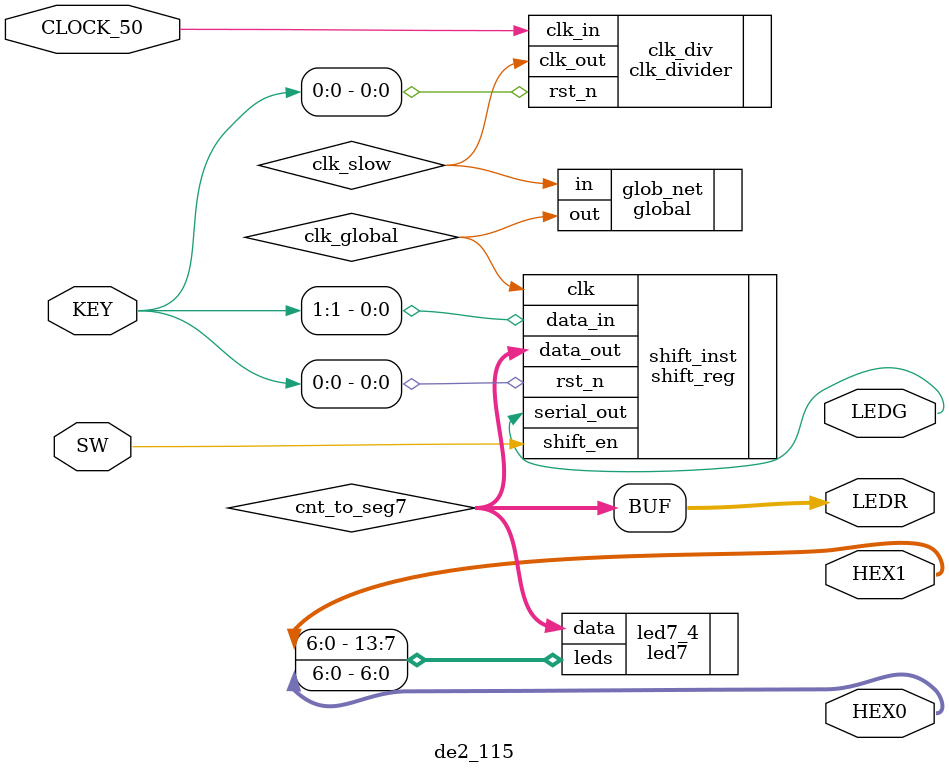
<source format=v>
module de2_115
(
  input        CLOCK_50,
  input [1:0]  KEY,
 
  input [0:0]  SW,
 
  output [7:0] LEDR,
  output [0:0] LEDG,
 
  output [6:0] HEX1,
  output [6:0] HEX0
);

   localparam CNT_W = 8;
   
   wire               clk_slow;
   wire               clk_global;
   wire [CNT_W - 1:0] cnt_to_seg7;
   
   assign LEDR = cnt_to_seg7;
   
 //Set WIDTH=18 for demostration this example
   clk_divider #(.WIDTH(25)) clk_div
   ( 
     .clk_in  ( CLOCK_50 ),
     .rst_n   ( KEY[0]   ),
     .clk_out ( clk_slow )
   );
   
   global glob_net
   (
     .in ( clk_slow   ),
     .out( clk_global )
   );

   shift_reg #(.WIDTH(CNT_W)) shift_inst
   (
      .clk       ( clk_global  ),
      .rst_n     ( KEY[0]      ),
      .data_in   ( KEY[1]      ),
      .shift_en  ( SW          ),
      .data_out  ( cnt_to_seg7 ),
      .serial_out( LEDG        )
   );
   
 
   led7 #(.COUNT(2)) led7_4
   (
    .data(cnt_to_seg7),
    .leds({HEX1,HEX0})
   );
  
                          
endmodule

</source>
